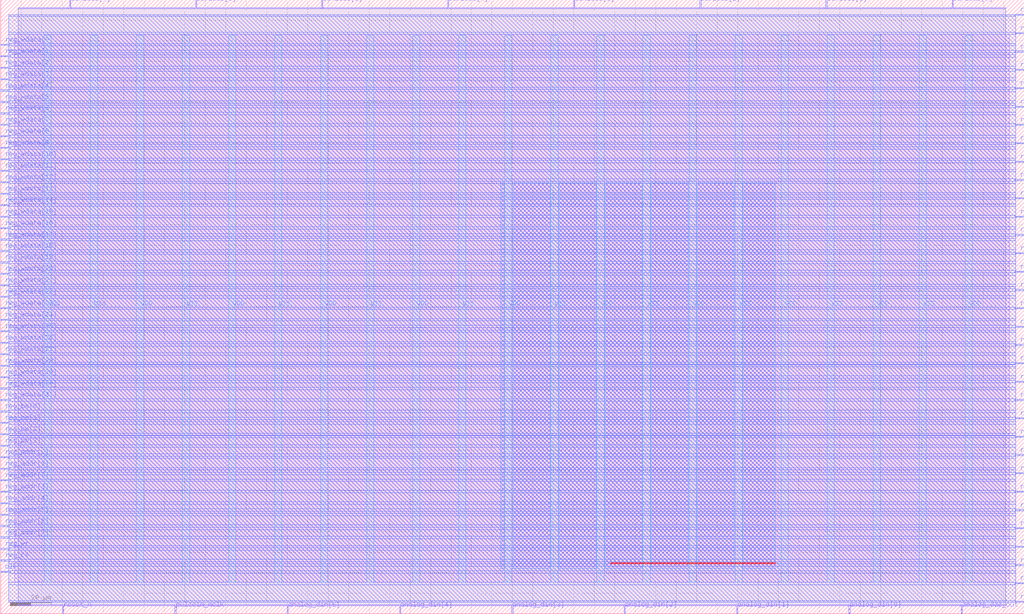
<source format=lef>
VERSION 5.7 ;
  NOWIREEXTENSIONATPIN ON ;
  DIVIDERCHAR "/" ;
  BUSBITCHARS "[]" ;
MACRO sar_adc
  CLASS BLOCK ;
  FOREIGN sar_adc ;
  ORIGIN 0.000 0.000 ;
  SIZE 500.000 BY 300.000 ;
  PIN VDD
    DIRECTION INOUT ;
    USE POWER ;
    PORT
      LAYER Metal4 ;
        RECT 21.290 15.380 24.790 282.540 ;
    END
    PORT
      LAYER Metal4 ;
        RECT 66.290 15.380 69.790 282.540 ;
    END
    PORT
      LAYER Metal4 ;
        RECT 111.290 15.380 114.790 282.540 ;
    END
    PORT
      LAYER Metal4 ;
        RECT 156.290 15.380 159.790 282.540 ;
    END
    PORT
      LAYER Metal4 ;
        RECT 201.290 15.380 204.790 282.540 ;
    END
    PORT
      LAYER Metal4 ;
        RECT 246.290 15.380 249.790 282.540 ;
    END
    PORT
      LAYER Metal4 ;
        RECT 291.290 15.380 294.790 282.540 ;
    END
    PORT
      LAYER Metal4 ;
        RECT 336.290 15.380 339.790 282.540 ;
    END
    PORT
      LAYER Metal4 ;
        RECT 381.290 15.380 384.790 282.540 ;
    END
    PORT
      LAYER Metal4 ;
        RECT 426.290 15.380 429.790 282.540 ;
    END
    PORT
      LAYER Metal4 ;
        RECT 471.290 15.380 474.790 282.540 ;
    END
  END VDD
  PIN VSS
    DIRECTION INOUT ;
    USE GROUND ;
    PORT
      LAYER Metal4 ;
        RECT 43.790 15.380 47.290 282.540 ;
    END
    PORT
      LAYER Metal4 ;
        RECT 88.790 15.380 92.290 282.540 ;
    END
    PORT
      LAYER Metal4 ;
        RECT 133.790 15.380 137.290 282.540 ;
    END
    PORT
      LAYER Metal4 ;
        RECT 178.790 15.380 182.290 282.540 ;
    END
    PORT
      LAYER Metal4 ;
        RECT 223.790 15.380 227.290 282.540 ;
    END
    PORT
      LAYER Metal4 ;
        RECT 268.790 15.380 272.290 282.540 ;
    END
    PORT
      LAYER Metal4 ;
        RECT 313.790 15.380 317.290 282.540 ;
    END
    PORT
      LAYER Metal4 ;
        RECT 358.790 15.380 362.290 282.540 ;
    END
    PORT
      LAYER Metal4 ;
        RECT 403.790 15.380 407.290 282.540 ;
    END
    PORT
      LAYER Metal4 ;
        RECT 448.790 15.380 452.290 282.540 ;
    END
  END VSS
  PIN analog_dac_out
    DIRECTION INPUT ;
    USE SIGNAL ;
    ANTENNAGATEAREA 0.741000 ;
    ANTENNADIFFAREA 0.410400 ;
    PORT
      LAYER Metal2 ;
        RECT 469.280 0.000 469.840 4.000 ;
    END
  END analog_dac_out
  PIN analog_din[0]
    DIRECTION INPUT ;
    USE SIGNAL ;
    ANTENNAGATEAREA 1.102000 ;
    ANTENNADIFFAREA 0.410400 ;
    PORT
      LAYER Metal2 ;
        RECT 414.400 0.000 414.960 4.000 ;
    END
  END analog_din[0]
  PIN analog_din[1]
    DIRECTION INPUT ;
    USE SIGNAL ;
    ANTENNAGATEAREA 1.102000 ;
    ANTENNADIFFAREA 0.410400 ;
    PORT
      LAYER Metal2 ;
        RECT 359.520 0.000 360.080 4.000 ;
    END
  END analog_din[1]
  PIN analog_din[2]
    DIRECTION INPUT ;
    USE SIGNAL ;
    ANTENNAGATEAREA 1.102000 ;
    ANTENNADIFFAREA 0.410400 ;
    PORT
      LAYER Metal2 ;
        RECT 304.640 0.000 305.200 4.000 ;
    END
  END analog_din[2]
  PIN analog_din[3]
    DIRECTION INPUT ;
    USE SIGNAL ;
    ANTENNAGATEAREA 1.102000 ;
    ANTENNADIFFAREA 0.410400 ;
    PORT
      LAYER Metal2 ;
        RECT 249.760 0.000 250.320 4.000 ;
    END
  END analog_din[3]
  PIN analog_din[4]
    DIRECTION INPUT ;
    USE SIGNAL ;
    ANTENNAGATEAREA 1.102000 ;
    ANTENNADIFFAREA 0.410400 ;
    PORT
      LAYER Metal2 ;
        RECT 194.880 0.000 195.440 4.000 ;
    END
  END analog_din[4]
  PIN analog_din[5]
    DIRECTION INPUT ;
    USE SIGNAL ;
    ANTENNAGATEAREA 1.102000 ;
    ANTENNADIFFAREA 0.410400 ;
    PORT
      LAYER Metal2 ;
        RECT 140.000 0.000 140.560 4.000 ;
    END
  END analog_din[5]
  PIN clk
    DIRECTION INPUT ;
    USE SIGNAL ;
    ANTENNAGATEAREA 11.020000 ;
    ANTENNADIFFAREA 0.410400 ;
    PORT
      LAYER Metal3 ;
        RECT 0.000 20.160 4.000 20.720 ;
    END
  END clk
  PIN pulse1m_mclk
    DIRECTION INPUT ;
    USE SIGNAL ;
    ANTENNAGATEAREA 1.102000 ;
    ANTENNADIFFAREA 0.410400 ;
    PORT
      LAYER Metal2 ;
        RECT 85.120 0.000 85.680 4.000 ;
    END
  END pulse1m_mclk
  PIN reg_ack
    DIRECTION OUTPUT TRISTATE ;
    USE SIGNAL ;
    ANTENNADIFFAREA 2.080400 ;
    PORT
      LAYER Metal3 ;
        RECT 496.000 292.320 500.000 292.880 ;
    END
  END reg_ack
  PIN reg_addr[0]
    DIRECTION INPUT ;
    USE SIGNAL ;
    PORT
      LAYER Metal3 ;
        RECT 0.000 76.160 4.000 76.720 ;
    END
  END reg_addr[0]
  PIN reg_addr[1]
    DIRECTION INPUT ;
    USE SIGNAL ;
    PORT
      LAYER Metal3 ;
        RECT 0.000 70.560 4.000 71.120 ;
    END
  END reg_addr[1]
  PIN reg_addr[2]
    DIRECTION INPUT ;
    USE SIGNAL ;
    ANTENNAGATEAREA 0.741000 ;
    ANTENNADIFFAREA 0.410400 ;
    PORT
      LAYER Metal3 ;
        RECT 0.000 64.960 4.000 65.520 ;
    END
  END reg_addr[2]
  PIN reg_addr[3]
    DIRECTION INPUT ;
    USE SIGNAL ;
    ANTENNAGATEAREA 0.498500 ;
    ANTENNADIFFAREA 0.410400 ;
    PORT
      LAYER Metal3 ;
        RECT 0.000 59.360 4.000 59.920 ;
    END
  END reg_addr[3]
  PIN reg_addr[4]
    DIRECTION INPUT ;
    USE SIGNAL ;
    ANTENNAGATEAREA 0.741000 ;
    ANTENNADIFFAREA 0.410400 ;
    PORT
      LAYER Metal3 ;
        RECT 0.000 53.760 4.000 54.320 ;
    END
  END reg_addr[4]
  PIN reg_addr[5]
    DIRECTION INPUT ;
    USE SIGNAL ;
    ANTENNAGATEAREA 0.498500 ;
    ANTENNADIFFAREA 0.410400 ;
    PORT
      LAYER Metal3 ;
        RECT 0.000 48.160 4.000 48.720 ;
    END
  END reg_addr[5]
  PIN reg_addr[6]
    DIRECTION INPUT ;
    USE SIGNAL ;
    PORT
      LAYER Metal3 ;
        RECT 0.000 42.560 4.000 43.120 ;
    END
  END reg_addr[6]
  PIN reg_addr[7]
    DIRECTION INPUT ;
    USE SIGNAL ;
    PORT
      LAYER Metal3 ;
        RECT 0.000 36.960 4.000 37.520 ;
    END
  END reg_addr[7]
  PIN reg_be[0]
    DIRECTION INPUT ;
    USE SIGNAL ;
    ANTENNAGATEAREA 0.741000 ;
    ANTENNADIFFAREA 0.410400 ;
    PORT
      LAYER Metal3 ;
        RECT 0.000 98.560 4.000 99.120 ;
    END
  END reg_be[0]
  PIN reg_be[1]
    DIRECTION INPUT ;
    USE SIGNAL ;
    ANTENNAGATEAREA 0.741000 ;
    ANTENNADIFFAREA 0.410400 ;
    PORT
      LAYER Metal3 ;
        RECT 0.000 92.960 4.000 93.520 ;
    END
  END reg_be[1]
  PIN reg_be[2]
    DIRECTION INPUT ;
    USE SIGNAL ;
    ANTENNAGATEAREA 0.741000 ;
    ANTENNADIFFAREA 0.410400 ;
    PORT
      LAYER Metal3 ;
        RECT 0.000 87.360 4.000 87.920 ;
    END
  END reg_be[2]
  PIN reg_be[3]
    DIRECTION INPUT ;
    USE SIGNAL ;
    ANTENNAGATEAREA 0.741000 ;
    ANTENNADIFFAREA 0.410400 ;
    PORT
      LAYER Metal3 ;
        RECT 0.000 81.760 4.000 82.320 ;
    END
  END reg_be[3]
  PIN reg_cs
    DIRECTION INPUT ;
    USE SIGNAL ;
    ANTENNAGATEAREA 0.726000 ;
    ANTENNADIFFAREA 0.410400 ;
    PORT
      LAYER Metal3 ;
        RECT 0.000 25.760 4.000 26.320 ;
    END
  END reg_cs
  PIN reg_rdata[0]
    DIRECTION OUTPUT TRISTATE ;
    USE SIGNAL ;
    ANTENNADIFFAREA 2.080400 ;
    PORT
      LAYER Metal3 ;
        RECT 496.000 283.360 500.000 283.920 ;
    END
  END reg_rdata[0]
  PIN reg_rdata[10]
    DIRECTION OUTPUT TRISTATE ;
    USE SIGNAL ;
    ANTENNADIFFAREA 1.986000 ;
    PORT
      LAYER Metal3 ;
        RECT 496.000 193.760 500.000 194.320 ;
    END
  END reg_rdata[10]
  PIN reg_rdata[11]
    DIRECTION OUTPUT TRISTATE ;
    USE SIGNAL ;
    ANTENNADIFFAREA 1.986000 ;
    PORT
      LAYER Metal3 ;
        RECT 496.000 184.800 500.000 185.360 ;
    END
  END reg_rdata[11]
  PIN reg_rdata[12]
    DIRECTION OUTPUT TRISTATE ;
    USE SIGNAL ;
    ANTENNADIFFAREA 2.080400 ;
    PORT
      LAYER Metal3 ;
        RECT 496.000 175.840 500.000 176.400 ;
    END
  END reg_rdata[12]
  PIN reg_rdata[13]
    DIRECTION OUTPUT TRISTATE ;
    USE SIGNAL ;
    ANTENNADIFFAREA 2.080400 ;
    PORT
      LAYER Metal3 ;
        RECT 496.000 166.880 500.000 167.440 ;
    END
  END reg_rdata[13]
  PIN reg_rdata[14]
    DIRECTION OUTPUT TRISTATE ;
    USE SIGNAL ;
    ANTENNADIFFAREA 1.986000 ;
    PORT
      LAYER Metal3 ;
        RECT 496.000 157.920 500.000 158.480 ;
    END
  END reg_rdata[14]
  PIN reg_rdata[15]
    DIRECTION OUTPUT TRISTATE ;
    USE SIGNAL ;
    ANTENNADIFFAREA 1.986000 ;
    PORT
      LAYER Metal3 ;
        RECT 496.000 148.960 500.000 149.520 ;
    END
  END reg_rdata[15]
  PIN reg_rdata[16]
    DIRECTION OUTPUT TRISTATE ;
    USE SIGNAL ;
    ANTENNADIFFAREA 2.080400 ;
    PORT
      LAYER Metal3 ;
        RECT 496.000 140.000 500.000 140.560 ;
    END
  END reg_rdata[16]
  PIN reg_rdata[17]
    DIRECTION OUTPUT TRISTATE ;
    USE SIGNAL ;
    ANTENNADIFFAREA 2.080400 ;
    PORT
      LAYER Metal3 ;
        RECT 496.000 131.040 500.000 131.600 ;
    END
  END reg_rdata[17]
  PIN reg_rdata[18]
    DIRECTION OUTPUT TRISTATE ;
    USE SIGNAL ;
    ANTENNADIFFAREA 1.986000 ;
    PORT
      LAYER Metal3 ;
        RECT 496.000 122.080 500.000 122.640 ;
    END
  END reg_rdata[18]
  PIN reg_rdata[19]
    DIRECTION OUTPUT TRISTATE ;
    USE SIGNAL ;
    ANTENNADIFFAREA 1.986000 ;
    PORT
      LAYER Metal3 ;
        RECT 496.000 113.120 500.000 113.680 ;
    END
  END reg_rdata[19]
  PIN reg_rdata[1]
    DIRECTION OUTPUT TRISTATE ;
    USE SIGNAL ;
    ANTENNADIFFAREA 1.986000 ;
    PORT
      LAYER Metal3 ;
        RECT 496.000 274.400 500.000 274.960 ;
    END
  END reg_rdata[1]
  PIN reg_rdata[20]
    DIRECTION OUTPUT TRISTATE ;
    USE SIGNAL ;
    ANTENNADIFFAREA 1.986000 ;
    PORT
      LAYER Metal3 ;
        RECT 496.000 104.160 500.000 104.720 ;
    END
  END reg_rdata[20]
  PIN reg_rdata[21]
    DIRECTION OUTPUT TRISTATE ;
    USE SIGNAL ;
    ANTENNADIFFAREA 1.986000 ;
    PORT
      LAYER Metal3 ;
        RECT 496.000 95.200 500.000 95.760 ;
    END
  END reg_rdata[21]
  PIN reg_rdata[22]
    DIRECTION OUTPUT TRISTATE ;
    USE SIGNAL ;
    ANTENNADIFFAREA 1.986000 ;
    PORT
      LAYER Metal3 ;
        RECT 496.000 86.240 500.000 86.800 ;
    END
  END reg_rdata[22]
  PIN reg_rdata[23]
    DIRECTION OUTPUT TRISTATE ;
    USE SIGNAL ;
    ANTENNADIFFAREA 1.986000 ;
    PORT
      LAYER Metal3 ;
        RECT 496.000 77.280 500.000 77.840 ;
    END
  END reg_rdata[23]
  PIN reg_rdata[24]
    DIRECTION OUTPUT TRISTATE ;
    USE SIGNAL ;
    ANTENNADIFFAREA 1.986000 ;
    PORT
      LAYER Metal3 ;
        RECT 496.000 68.320 500.000 68.880 ;
    END
  END reg_rdata[24]
  PIN reg_rdata[25]
    DIRECTION OUTPUT TRISTATE ;
    USE SIGNAL ;
    ANTENNADIFFAREA 1.986000 ;
    PORT
      LAYER Metal3 ;
        RECT 496.000 59.360 500.000 59.920 ;
    END
  END reg_rdata[25]
  PIN reg_rdata[26]
    DIRECTION OUTPUT TRISTATE ;
    USE SIGNAL ;
    ANTENNADIFFAREA 1.986000 ;
    PORT
      LAYER Metal3 ;
        RECT 496.000 50.400 500.000 50.960 ;
    END
  END reg_rdata[26]
  PIN reg_rdata[27]
    DIRECTION OUTPUT TRISTATE ;
    USE SIGNAL ;
    ANTENNADIFFAREA 2.080400 ;
    PORT
      LAYER Metal3 ;
        RECT 496.000 41.440 500.000 42.000 ;
    END
  END reg_rdata[27]
  PIN reg_rdata[28]
    DIRECTION OUTPUT TRISTATE ;
    USE SIGNAL ;
    ANTENNADIFFAREA 1.986000 ;
    PORT
      LAYER Metal3 ;
        RECT 496.000 32.480 500.000 33.040 ;
    END
  END reg_rdata[28]
  PIN reg_rdata[29]
    DIRECTION OUTPUT TRISTATE ;
    USE SIGNAL ;
    ANTENNADIFFAREA 2.080400 ;
    PORT
      LAYER Metal3 ;
        RECT 496.000 23.520 500.000 24.080 ;
    END
  END reg_rdata[29]
  PIN reg_rdata[2]
    DIRECTION OUTPUT TRISTATE ;
    USE SIGNAL ;
    ANTENNADIFFAREA 1.986000 ;
    PORT
      LAYER Metal3 ;
        RECT 496.000 265.440 500.000 266.000 ;
    END
  END reg_rdata[2]
  PIN reg_rdata[30]
    DIRECTION OUTPUT TRISTATE ;
    USE SIGNAL ;
    ANTENNADIFFAREA 2.080400 ;
    PORT
      LAYER Metal3 ;
        RECT 496.000 14.560 500.000 15.120 ;
    END
  END reg_rdata[30]
  PIN reg_rdata[31]
    DIRECTION OUTPUT TRISTATE ;
    USE SIGNAL ;
    ANTENNADIFFAREA 2.080400 ;
    PORT
      LAYER Metal3 ;
        RECT 496.000 5.600 500.000 6.160 ;
    END
  END reg_rdata[31]
  PIN reg_rdata[3]
    DIRECTION OUTPUT TRISTATE ;
    USE SIGNAL ;
    ANTENNADIFFAREA 2.080400 ;
    PORT
      LAYER Metal3 ;
        RECT 496.000 256.480 500.000 257.040 ;
    END
  END reg_rdata[3]
  PIN reg_rdata[4]
    DIRECTION OUTPUT TRISTATE ;
    USE SIGNAL ;
    ANTENNADIFFAREA 1.986000 ;
    PORT
      LAYER Metal3 ;
        RECT 496.000 247.520 500.000 248.080 ;
    END
  END reg_rdata[4]
  PIN reg_rdata[5]
    DIRECTION OUTPUT TRISTATE ;
    USE SIGNAL ;
    ANTENNADIFFAREA 1.986000 ;
    PORT
      LAYER Metal3 ;
        RECT 496.000 238.560 500.000 239.120 ;
    END
  END reg_rdata[5]
  PIN reg_rdata[6]
    DIRECTION OUTPUT TRISTATE ;
    USE SIGNAL ;
    ANTENNADIFFAREA 1.986000 ;
    PORT
      LAYER Metal3 ;
        RECT 496.000 229.600 500.000 230.160 ;
    END
  END reg_rdata[6]
  PIN reg_rdata[7]
    DIRECTION OUTPUT TRISTATE ;
    USE SIGNAL ;
    ANTENNADIFFAREA 1.986000 ;
    PORT
      LAYER Metal3 ;
        RECT 496.000 220.640 500.000 221.200 ;
    END
  END reg_rdata[7]
  PIN reg_rdata[8]
    DIRECTION OUTPUT TRISTATE ;
    USE SIGNAL ;
    ANTENNADIFFAREA 1.986000 ;
    PORT
      LAYER Metal3 ;
        RECT 496.000 211.680 500.000 212.240 ;
    END
  END reg_rdata[8]
  PIN reg_rdata[9]
    DIRECTION OUTPUT TRISTATE ;
    USE SIGNAL ;
    ANTENNADIFFAREA 1.986000 ;
    PORT
      LAYER Metal3 ;
        RECT 496.000 202.720 500.000 203.280 ;
    END
  END reg_rdata[9]
  PIN reg_wdata[0]
    DIRECTION INPUT ;
    USE SIGNAL ;
    ANTENNAGATEAREA 0.741000 ;
    ANTENNADIFFAREA 0.410400 ;
    PORT
      LAYER Metal3 ;
        RECT 0.000 277.760 4.000 278.320 ;
    END
  END reg_wdata[0]
  PIN reg_wdata[10]
    DIRECTION INPUT ;
    USE SIGNAL ;
    ANTENNAGATEAREA 0.741000 ;
    ANTENNADIFFAREA 0.410400 ;
    PORT
      LAYER Metal3 ;
        RECT 0.000 221.760 4.000 222.320 ;
    END
  END reg_wdata[10]
  PIN reg_wdata[11]
    DIRECTION INPUT ;
    USE SIGNAL ;
    ANTENNAGATEAREA 0.741000 ;
    ANTENNADIFFAREA 0.410400 ;
    PORT
      LAYER Metal3 ;
        RECT 0.000 216.160 4.000 216.720 ;
    END
  END reg_wdata[11]
  PIN reg_wdata[12]
    DIRECTION INPUT ;
    USE SIGNAL ;
    ANTENNAGATEAREA 0.741000 ;
    ANTENNADIFFAREA 0.410400 ;
    PORT
      LAYER Metal3 ;
        RECT 0.000 210.560 4.000 211.120 ;
    END
  END reg_wdata[12]
  PIN reg_wdata[13]
    DIRECTION INPUT ;
    USE SIGNAL ;
    ANTENNAGATEAREA 0.741000 ;
    ANTENNADIFFAREA 0.410400 ;
    PORT
      LAYER Metal3 ;
        RECT 0.000 204.960 4.000 205.520 ;
    END
  END reg_wdata[13]
  PIN reg_wdata[14]
    DIRECTION INPUT ;
    USE SIGNAL ;
    ANTENNAGATEAREA 0.741000 ;
    ANTENNADIFFAREA 0.410400 ;
    PORT
      LAYER Metal3 ;
        RECT 0.000 199.360 4.000 199.920 ;
    END
  END reg_wdata[14]
  PIN reg_wdata[15]
    DIRECTION INPUT ;
    USE SIGNAL ;
    ANTENNAGATEAREA 0.741000 ;
    ANTENNADIFFAREA 0.410400 ;
    PORT
      LAYER Metal3 ;
        RECT 0.000 193.760 4.000 194.320 ;
    END
  END reg_wdata[15]
  PIN reg_wdata[16]
    DIRECTION INPUT ;
    USE SIGNAL ;
    ANTENNAGATEAREA 0.741000 ;
    ANTENNADIFFAREA 0.410400 ;
    PORT
      LAYER Metal3 ;
        RECT 0.000 188.160 4.000 188.720 ;
    END
  END reg_wdata[16]
  PIN reg_wdata[17]
    DIRECTION INPUT ;
    USE SIGNAL ;
    ANTENNAGATEAREA 0.741000 ;
    ANTENNADIFFAREA 0.410400 ;
    PORT
      LAYER Metal3 ;
        RECT 0.000 182.560 4.000 183.120 ;
    END
  END reg_wdata[17]
  PIN reg_wdata[18]
    DIRECTION INPUT ;
    USE SIGNAL ;
    ANTENNAGATEAREA 0.741000 ;
    ANTENNADIFFAREA 0.410400 ;
    PORT
      LAYER Metal3 ;
        RECT 0.000 176.960 4.000 177.520 ;
    END
  END reg_wdata[18]
  PIN reg_wdata[19]
    DIRECTION INPUT ;
    USE SIGNAL ;
    ANTENNAGATEAREA 0.741000 ;
    ANTENNADIFFAREA 0.410400 ;
    PORT
      LAYER Metal3 ;
        RECT 0.000 171.360 4.000 171.920 ;
    END
  END reg_wdata[19]
  PIN reg_wdata[1]
    DIRECTION INPUT ;
    USE SIGNAL ;
    ANTENNAGATEAREA 0.741000 ;
    ANTENNADIFFAREA 0.410400 ;
    PORT
      LAYER Metal3 ;
        RECT 0.000 272.160 4.000 272.720 ;
    END
  END reg_wdata[1]
  PIN reg_wdata[20]
    DIRECTION INPUT ;
    USE SIGNAL ;
    ANTENNAGATEAREA 0.741000 ;
    ANTENNADIFFAREA 0.410400 ;
    PORT
      LAYER Metal3 ;
        RECT 0.000 165.760 4.000 166.320 ;
    END
  END reg_wdata[20]
  PIN reg_wdata[21]
    DIRECTION INPUT ;
    USE SIGNAL ;
    ANTENNAGATEAREA 0.741000 ;
    ANTENNADIFFAREA 0.410400 ;
    PORT
      LAYER Metal3 ;
        RECT 0.000 160.160 4.000 160.720 ;
    END
  END reg_wdata[21]
  PIN reg_wdata[22]
    DIRECTION INPUT ;
    USE SIGNAL ;
    ANTENNAGATEAREA 0.741000 ;
    ANTENNADIFFAREA 0.410400 ;
    PORT
      LAYER Metal3 ;
        RECT 0.000 154.560 4.000 155.120 ;
    END
  END reg_wdata[22]
  PIN reg_wdata[23]
    DIRECTION INPUT ;
    USE SIGNAL ;
    ANTENNAGATEAREA 0.741000 ;
    ANTENNADIFFAREA 0.410400 ;
    PORT
      LAYER Metal3 ;
        RECT 0.000 148.960 4.000 149.520 ;
    END
  END reg_wdata[23]
  PIN reg_wdata[24]
    DIRECTION INPUT ;
    USE SIGNAL ;
    ANTENNAGATEAREA 0.741000 ;
    ANTENNADIFFAREA 0.410400 ;
    PORT
      LAYER Metal3 ;
        RECT 0.000 143.360 4.000 143.920 ;
    END
  END reg_wdata[24]
  PIN reg_wdata[25]
    DIRECTION INPUT ;
    USE SIGNAL ;
    ANTENNAGATEAREA 0.741000 ;
    ANTENNADIFFAREA 0.410400 ;
    PORT
      LAYER Metal3 ;
        RECT 0.000 137.760 4.000 138.320 ;
    END
  END reg_wdata[25]
  PIN reg_wdata[26]
    DIRECTION INPUT ;
    USE SIGNAL ;
    ANTENNAGATEAREA 0.741000 ;
    ANTENNADIFFAREA 0.410400 ;
    PORT
      LAYER Metal3 ;
        RECT 0.000 132.160 4.000 132.720 ;
    END
  END reg_wdata[26]
  PIN reg_wdata[27]
    DIRECTION INPUT ;
    USE SIGNAL ;
    ANTENNAGATEAREA 0.741000 ;
    ANTENNADIFFAREA 0.410400 ;
    PORT
      LAYER Metal3 ;
        RECT 0.000 126.560 4.000 127.120 ;
    END
  END reg_wdata[27]
  PIN reg_wdata[28]
    DIRECTION INPUT ;
    USE SIGNAL ;
    ANTENNAGATEAREA 0.741000 ;
    ANTENNADIFFAREA 0.410400 ;
    PORT
      LAYER Metal3 ;
        RECT 0.000 120.960 4.000 121.520 ;
    END
  END reg_wdata[28]
  PIN reg_wdata[29]
    DIRECTION INPUT ;
    USE SIGNAL ;
    ANTENNAGATEAREA 0.741000 ;
    ANTENNADIFFAREA 0.410400 ;
    PORT
      LAYER Metal3 ;
        RECT 0.000 115.360 4.000 115.920 ;
    END
  END reg_wdata[29]
  PIN reg_wdata[2]
    DIRECTION INPUT ;
    USE SIGNAL ;
    ANTENNAGATEAREA 0.741000 ;
    ANTENNADIFFAREA 0.410400 ;
    PORT
      LAYER Metal3 ;
        RECT 0.000 266.560 4.000 267.120 ;
    END
  END reg_wdata[2]
  PIN reg_wdata[30]
    DIRECTION INPUT ;
    USE SIGNAL ;
    ANTENNAGATEAREA 0.741000 ;
    ANTENNADIFFAREA 0.410400 ;
    PORT
      LAYER Metal3 ;
        RECT 0.000 109.760 4.000 110.320 ;
    END
  END reg_wdata[30]
  PIN reg_wdata[31]
    DIRECTION INPUT ;
    USE SIGNAL ;
    ANTENNAGATEAREA 0.741000 ;
    ANTENNADIFFAREA 0.410400 ;
    PORT
      LAYER Metal3 ;
        RECT 0.000 104.160 4.000 104.720 ;
    END
  END reg_wdata[31]
  PIN reg_wdata[3]
    DIRECTION INPUT ;
    USE SIGNAL ;
    ANTENNAGATEAREA 0.741000 ;
    ANTENNADIFFAREA 0.410400 ;
    PORT
      LAYER Metal3 ;
        RECT 0.000 260.960 4.000 261.520 ;
    END
  END reg_wdata[3]
  PIN reg_wdata[4]
    DIRECTION INPUT ;
    USE SIGNAL ;
    ANTENNAGATEAREA 0.741000 ;
    ANTENNADIFFAREA 0.410400 ;
    PORT
      LAYER Metal3 ;
        RECT 0.000 255.360 4.000 255.920 ;
    END
  END reg_wdata[4]
  PIN reg_wdata[5]
    DIRECTION INPUT ;
    USE SIGNAL ;
    ANTENNAGATEAREA 0.741000 ;
    ANTENNADIFFAREA 0.410400 ;
    PORT
      LAYER Metal3 ;
        RECT 0.000 249.760 4.000 250.320 ;
    END
  END reg_wdata[5]
  PIN reg_wdata[6]
    DIRECTION INPUT ;
    USE SIGNAL ;
    ANTENNAGATEAREA 0.741000 ;
    ANTENNADIFFAREA 0.410400 ;
    PORT
      LAYER Metal3 ;
        RECT 0.000 244.160 4.000 244.720 ;
    END
  END reg_wdata[6]
  PIN reg_wdata[7]
    DIRECTION INPUT ;
    USE SIGNAL ;
    ANTENNAGATEAREA 0.741000 ;
    ANTENNADIFFAREA 0.410400 ;
    PORT
      LAYER Metal3 ;
        RECT 0.000 238.560 4.000 239.120 ;
    END
  END reg_wdata[7]
  PIN reg_wdata[8]
    DIRECTION INPUT ;
    USE SIGNAL ;
    ANTENNAGATEAREA 0.741000 ;
    ANTENNADIFFAREA 0.410400 ;
    PORT
      LAYER Metal3 ;
        RECT 0.000 232.960 4.000 233.520 ;
    END
  END reg_wdata[8]
  PIN reg_wdata[9]
    DIRECTION INPUT ;
    USE SIGNAL ;
    ANTENNAGATEAREA 0.741000 ;
    ANTENNADIFFAREA 0.410400 ;
    PORT
      LAYER Metal3 ;
        RECT 0.000 227.360 4.000 227.920 ;
    END
  END reg_wdata[9]
  PIN reg_wr
    DIRECTION INPUT ;
    USE SIGNAL ;
    ANTENNAGATEAREA 0.726000 ;
    ANTENNADIFFAREA 0.410400 ;
    PORT
      LAYER Metal3 ;
        RECT 0.000 31.360 4.000 31.920 ;
    END
  END reg_wr
  PIN reset_n
    DIRECTION INPUT ;
    USE SIGNAL ;
    ANTENNAGATEAREA 0.741000 ;
    ANTENNADIFFAREA 0.410400 ;
    PORT
      LAYER Metal2 ;
        RECT 30.240 0.000 30.800 4.000 ;
    END
  END reset_n
  PIN sar2dac[0]
    DIRECTION OUTPUT TRISTATE ;
    USE SIGNAL ;
    ANTENNADIFFAREA 2.080400 ;
    PORT
      LAYER Metal2 ;
        RECT 464.800 296.000 465.360 300.000 ;
    END
  END sar2dac[0]
  PIN sar2dac[1]
    DIRECTION OUTPUT TRISTATE ;
    USE SIGNAL ;
    ANTENNADIFFAREA 2.080400 ;
    PORT
      LAYER Metal2 ;
        RECT 403.200 296.000 403.760 300.000 ;
    END
  END sar2dac[1]
  PIN sar2dac[2]
    DIRECTION OUTPUT TRISTATE ;
    USE SIGNAL ;
    ANTENNADIFFAREA 2.080400 ;
    PORT
      LAYER Metal2 ;
        RECT 341.600 296.000 342.160 300.000 ;
    END
  END sar2dac[2]
  PIN sar2dac[3]
    DIRECTION OUTPUT TRISTATE ;
    USE SIGNAL ;
    ANTENNADIFFAREA 2.080400 ;
    PORT
      LAYER Metal2 ;
        RECT 280.000 296.000 280.560 300.000 ;
    END
  END sar2dac[3]
  PIN sar2dac[4]
    DIRECTION OUTPUT TRISTATE ;
    USE SIGNAL ;
    ANTENNADIFFAREA 2.080400 ;
    PORT
      LAYER Metal2 ;
        RECT 218.400 296.000 218.960 300.000 ;
    END
  END sar2dac[4]
  PIN sar2dac[5]
    DIRECTION OUTPUT TRISTATE ;
    USE SIGNAL ;
    ANTENNADIFFAREA 2.080400 ;
    PORT
      LAYER Metal2 ;
        RECT 156.800 296.000 157.360 300.000 ;
    END
  END sar2dac[5]
  PIN sar2dac[6]
    DIRECTION OUTPUT TRISTATE ;
    USE SIGNAL ;
    ANTENNADIFFAREA 1.986000 ;
    PORT
      LAYER Metal2 ;
        RECT 95.200 296.000 95.760 300.000 ;
    END
  END sar2dac[6]
  PIN sar2dac[7]
    DIRECTION OUTPUT TRISTATE ;
    USE SIGNAL ;
    ANTENNADIFFAREA 1.986000 ;
    PORT
      LAYER Metal2 ;
        RECT 33.600 296.000 34.160 300.000 ;
    END
  END sar2dac[7]
  OBS
      LAYER Metal1 ;
        RECT 6.720 15.380 492.800 283.210 ;
      LAYER Metal2 ;
        RECT 8.540 295.700 33.300 296.000 ;
        RECT 34.460 295.700 94.900 296.000 ;
        RECT 96.060 295.700 156.500 296.000 ;
        RECT 157.660 295.700 218.100 296.000 ;
        RECT 219.260 295.700 279.700 296.000 ;
        RECT 280.860 295.700 341.300 296.000 ;
        RECT 342.460 295.700 402.900 296.000 ;
        RECT 404.060 295.700 464.500 296.000 ;
        RECT 465.660 295.700 490.980 296.000 ;
        RECT 8.540 4.300 490.980 295.700 ;
        RECT 8.540 4.000 29.940 4.300 ;
        RECT 31.100 4.000 84.820 4.300 ;
        RECT 85.980 4.000 139.700 4.300 ;
        RECT 140.860 4.000 194.580 4.300 ;
        RECT 195.740 4.000 249.460 4.300 ;
        RECT 250.620 4.000 304.340 4.300 ;
        RECT 305.500 4.000 359.220 4.300 ;
        RECT 360.380 4.000 414.100 4.300 ;
        RECT 415.260 4.000 468.980 4.300 ;
        RECT 470.140 4.000 490.980 4.300 ;
      LAYER Metal3 ;
        RECT 4.000 292.020 495.700 292.740 ;
        RECT 4.000 284.220 496.000 292.020 ;
        RECT 4.000 283.060 495.700 284.220 ;
        RECT 4.000 278.620 496.000 283.060 ;
        RECT 4.300 277.460 496.000 278.620 ;
        RECT 4.000 275.260 496.000 277.460 ;
        RECT 4.000 274.100 495.700 275.260 ;
        RECT 4.000 273.020 496.000 274.100 ;
        RECT 4.300 271.860 496.000 273.020 ;
        RECT 4.000 267.420 496.000 271.860 ;
        RECT 4.300 266.300 496.000 267.420 ;
        RECT 4.300 266.260 495.700 266.300 ;
        RECT 4.000 265.140 495.700 266.260 ;
        RECT 4.000 261.820 496.000 265.140 ;
        RECT 4.300 260.660 496.000 261.820 ;
        RECT 4.000 257.340 496.000 260.660 ;
        RECT 4.000 256.220 495.700 257.340 ;
        RECT 4.300 256.180 495.700 256.220 ;
        RECT 4.300 255.060 496.000 256.180 ;
        RECT 4.000 250.620 496.000 255.060 ;
        RECT 4.300 249.460 496.000 250.620 ;
        RECT 4.000 248.380 496.000 249.460 ;
        RECT 4.000 247.220 495.700 248.380 ;
        RECT 4.000 245.020 496.000 247.220 ;
        RECT 4.300 243.860 496.000 245.020 ;
        RECT 4.000 239.420 496.000 243.860 ;
        RECT 4.300 238.260 495.700 239.420 ;
        RECT 4.000 233.820 496.000 238.260 ;
        RECT 4.300 232.660 496.000 233.820 ;
        RECT 4.000 230.460 496.000 232.660 ;
        RECT 4.000 229.300 495.700 230.460 ;
        RECT 4.000 228.220 496.000 229.300 ;
        RECT 4.300 227.060 496.000 228.220 ;
        RECT 4.000 222.620 496.000 227.060 ;
        RECT 4.300 221.500 496.000 222.620 ;
        RECT 4.300 221.460 495.700 221.500 ;
        RECT 4.000 220.340 495.700 221.460 ;
        RECT 4.000 217.020 496.000 220.340 ;
        RECT 4.300 215.860 496.000 217.020 ;
        RECT 4.000 212.540 496.000 215.860 ;
        RECT 4.000 211.420 495.700 212.540 ;
        RECT 4.300 211.380 495.700 211.420 ;
        RECT 4.300 210.260 496.000 211.380 ;
        RECT 4.000 205.820 496.000 210.260 ;
        RECT 4.300 204.660 496.000 205.820 ;
        RECT 4.000 203.580 496.000 204.660 ;
        RECT 4.000 202.420 495.700 203.580 ;
        RECT 4.000 200.220 496.000 202.420 ;
        RECT 4.300 199.060 496.000 200.220 ;
        RECT 4.000 194.620 496.000 199.060 ;
        RECT 4.300 193.460 495.700 194.620 ;
        RECT 4.000 189.020 496.000 193.460 ;
        RECT 4.300 187.860 496.000 189.020 ;
        RECT 4.000 185.660 496.000 187.860 ;
        RECT 4.000 184.500 495.700 185.660 ;
        RECT 4.000 183.420 496.000 184.500 ;
        RECT 4.300 182.260 496.000 183.420 ;
        RECT 4.000 177.820 496.000 182.260 ;
        RECT 4.300 176.700 496.000 177.820 ;
        RECT 4.300 176.660 495.700 176.700 ;
        RECT 4.000 175.540 495.700 176.660 ;
        RECT 4.000 172.220 496.000 175.540 ;
        RECT 4.300 171.060 496.000 172.220 ;
        RECT 4.000 167.740 496.000 171.060 ;
        RECT 4.000 166.620 495.700 167.740 ;
        RECT 4.300 166.580 495.700 166.620 ;
        RECT 4.300 165.460 496.000 166.580 ;
        RECT 4.000 161.020 496.000 165.460 ;
        RECT 4.300 159.860 496.000 161.020 ;
        RECT 4.000 158.780 496.000 159.860 ;
        RECT 4.000 157.620 495.700 158.780 ;
        RECT 4.000 155.420 496.000 157.620 ;
        RECT 4.300 154.260 496.000 155.420 ;
        RECT 4.000 149.820 496.000 154.260 ;
        RECT 4.300 148.660 495.700 149.820 ;
        RECT 4.000 144.220 496.000 148.660 ;
        RECT 4.300 143.060 496.000 144.220 ;
        RECT 4.000 140.860 496.000 143.060 ;
        RECT 4.000 139.700 495.700 140.860 ;
        RECT 4.000 138.620 496.000 139.700 ;
        RECT 4.300 137.460 496.000 138.620 ;
        RECT 4.000 133.020 496.000 137.460 ;
        RECT 4.300 131.900 496.000 133.020 ;
        RECT 4.300 131.860 495.700 131.900 ;
        RECT 4.000 130.740 495.700 131.860 ;
        RECT 4.000 127.420 496.000 130.740 ;
        RECT 4.300 126.260 496.000 127.420 ;
        RECT 4.000 122.940 496.000 126.260 ;
        RECT 4.000 121.820 495.700 122.940 ;
        RECT 4.300 121.780 495.700 121.820 ;
        RECT 4.300 120.660 496.000 121.780 ;
        RECT 4.000 116.220 496.000 120.660 ;
        RECT 4.300 115.060 496.000 116.220 ;
        RECT 4.000 113.980 496.000 115.060 ;
        RECT 4.000 112.820 495.700 113.980 ;
        RECT 4.000 110.620 496.000 112.820 ;
        RECT 4.300 109.460 496.000 110.620 ;
        RECT 4.000 105.020 496.000 109.460 ;
        RECT 4.300 103.860 495.700 105.020 ;
        RECT 4.000 99.420 496.000 103.860 ;
        RECT 4.300 98.260 496.000 99.420 ;
        RECT 4.000 96.060 496.000 98.260 ;
        RECT 4.000 94.900 495.700 96.060 ;
        RECT 4.000 93.820 496.000 94.900 ;
        RECT 4.300 92.660 496.000 93.820 ;
        RECT 4.000 88.220 496.000 92.660 ;
        RECT 4.300 87.100 496.000 88.220 ;
        RECT 4.300 87.060 495.700 87.100 ;
        RECT 4.000 85.940 495.700 87.060 ;
        RECT 4.000 82.620 496.000 85.940 ;
        RECT 4.300 81.460 496.000 82.620 ;
        RECT 4.000 78.140 496.000 81.460 ;
        RECT 4.000 77.020 495.700 78.140 ;
        RECT 4.300 76.980 495.700 77.020 ;
        RECT 4.300 75.860 496.000 76.980 ;
        RECT 4.000 71.420 496.000 75.860 ;
        RECT 4.300 70.260 496.000 71.420 ;
        RECT 4.000 69.180 496.000 70.260 ;
        RECT 4.000 68.020 495.700 69.180 ;
        RECT 4.000 65.820 496.000 68.020 ;
        RECT 4.300 64.660 496.000 65.820 ;
        RECT 4.000 60.220 496.000 64.660 ;
        RECT 4.300 59.060 495.700 60.220 ;
        RECT 4.000 54.620 496.000 59.060 ;
        RECT 4.300 53.460 496.000 54.620 ;
        RECT 4.000 51.260 496.000 53.460 ;
        RECT 4.000 50.100 495.700 51.260 ;
        RECT 4.000 49.020 496.000 50.100 ;
        RECT 4.300 47.860 496.000 49.020 ;
        RECT 4.000 43.420 496.000 47.860 ;
        RECT 4.300 42.300 496.000 43.420 ;
        RECT 4.300 42.260 495.700 42.300 ;
        RECT 4.000 41.140 495.700 42.260 ;
        RECT 4.000 37.820 496.000 41.140 ;
        RECT 4.300 36.660 496.000 37.820 ;
        RECT 4.000 33.340 496.000 36.660 ;
        RECT 4.000 32.220 495.700 33.340 ;
        RECT 4.300 32.180 495.700 32.220 ;
        RECT 4.300 31.060 496.000 32.180 ;
        RECT 4.000 26.620 496.000 31.060 ;
        RECT 4.300 25.460 496.000 26.620 ;
        RECT 4.000 24.380 496.000 25.460 ;
        RECT 4.000 23.220 495.700 24.380 ;
        RECT 4.000 21.020 496.000 23.220 ;
        RECT 4.300 19.860 496.000 21.020 ;
        RECT 4.000 15.420 496.000 19.860 ;
        RECT 4.000 14.260 495.700 15.420 ;
        RECT 4.000 6.460 496.000 14.260 ;
        RECT 4.000 5.740 495.700 6.460 ;
      LAYER Metal4 ;
        RECT 244.300 21.930 245.990 210.470 ;
        RECT 250.090 21.930 268.490 210.470 ;
        RECT 272.590 21.930 290.990 210.470 ;
        RECT 295.090 21.930 313.490 210.470 ;
        RECT 317.590 21.930 335.990 210.470 ;
        RECT 340.090 21.930 358.490 210.470 ;
        RECT 362.590 21.930 378.420 210.470 ;
      LAYER Metal5 ;
        RECT 297.980 24.530 378.500 24.970 ;
  END
END sar_adc
END LIBRARY


</source>
